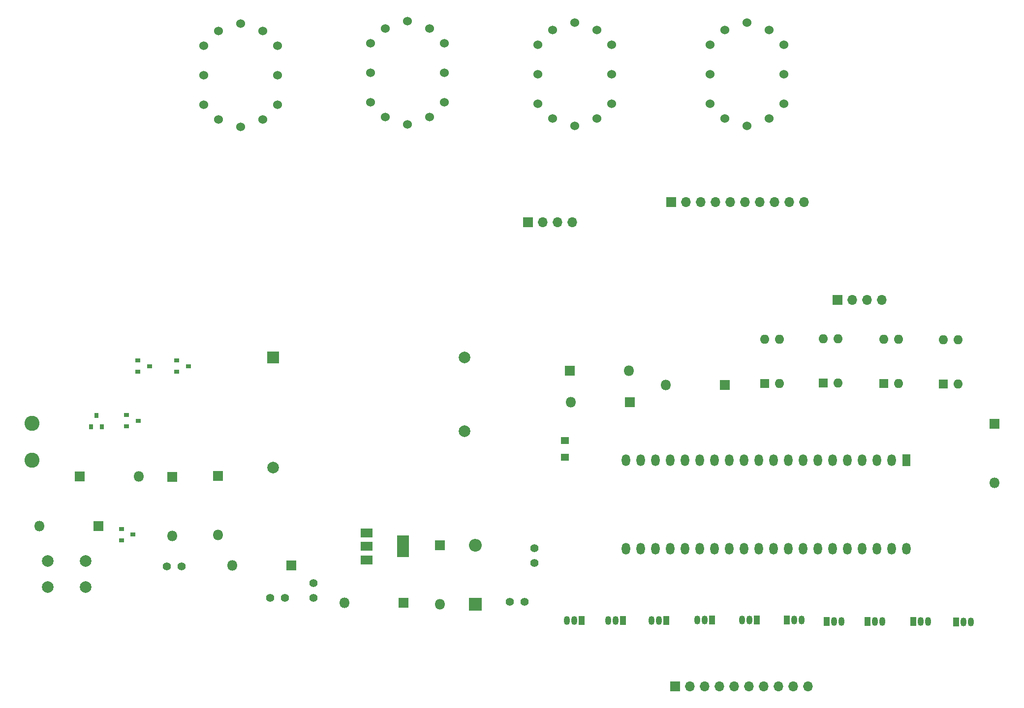
<source format=gbr>
%TF.GenerationSoftware,KiCad,Pcbnew,(5.1.6)-1*%
%TF.CreationDate,2020-11-06T18:28:59+03:00*%
%TF.ProjectId,_____  _____ V2,4145353c-3020-4204-9730-413e32205632,rev?*%
%TF.SameCoordinates,Original*%
%TF.FileFunction,Soldermask,Top*%
%TF.FilePolarity,Negative*%
%FSLAX46Y46*%
G04 Gerber Fmt 4.6, Leading zero omitted, Abs format (unit mm)*
G04 Created by KiCad (PCBNEW (5.1.6)-1) date 2020-11-06 18:28:59*
%MOMM*%
%LPD*%
G01*
G04 APERTURE LIST*
%ADD10R,1.700000X1.700000*%
%ADD11O,1.700000X1.700000*%
%ADD12C,1.524000*%
%ADD13O,1.600000X1.600000*%
%ADD14R,1.600000X1.600000*%
%ADD15R,2.000000X1.500000*%
%ADD16R,2.000000X3.800000*%
%ADD17O,1.800000X1.800000*%
%ADD18R,1.800000X1.800000*%
%ADD19R,1.050000X1.500000*%
%ADD20O,1.050000X1.500000*%
%ADD21R,0.900000X0.800000*%
%ADD22R,0.800000X0.900000*%
%ADD23O,1.440000X2.000000*%
%ADD24R,1.440000X2.000000*%
%ADD25R,1.400000X1.300000*%
%ADD26O,2.200000X2.200000*%
%ADD27R,2.200000X2.200000*%
%ADD28C,2.000000*%
%ADD29R,2.000000X2.000000*%
%ADD30C,1.400000*%
%ADD31C,2.600000*%
G04 APERTURE END LIST*
D10*
%TO.C,REF\u002A\u002A*%
X218821000Y-76898500D03*
D11*
X221361000Y-76898500D03*
X223901000Y-76898500D03*
X226441000Y-76898500D03*
%TD*%
D10*
%TO.C,REF\u002A\u002A*%
X190881000Y-143383000D03*
D11*
X193421000Y-143383000D03*
X195961000Y-143383000D03*
X198501000Y-143383000D03*
X201041000Y-143383000D03*
X203581000Y-143383000D03*
X206121000Y-143383000D03*
X208661000Y-143383000D03*
X211201000Y-143383000D03*
X213741000Y-143383000D03*
%TD*%
D12*
%TO.C,D12*%
X207073500Y-45656500D03*
X199453500Y-45656500D03*
X199453500Y-30416500D03*
X207073500Y-30416500D03*
X203263500Y-46926500D03*
X203263500Y-29146500D03*
X196913500Y-43116500D03*
X209613500Y-43116500D03*
X209613500Y-32956500D03*
X196913500Y-32956500D03*
X209613500Y-38036500D03*
X196913500Y-38036500D03*
%TD*%
D11*
%TO.C,REF\u002A\u002A*%
X213042500Y-60007500D03*
X210502500Y-60007500D03*
X207962500Y-60007500D03*
X205422500Y-60007500D03*
X202882500Y-60007500D03*
X200342500Y-60007500D03*
X197802500Y-60007500D03*
X195262500Y-60007500D03*
X192722500Y-60007500D03*
D10*
X190182500Y-60007500D03*
%TD*%
D11*
%TO.C,REF\u002A\u002A*%
X173164500Y-63500000D03*
X170624500Y-63500000D03*
X168084500Y-63500000D03*
D10*
X165544500Y-63500000D03*
%TD*%
D13*
%TO.C,U6*%
X206248000Y-83629500D03*
X208788000Y-91249500D03*
X208788000Y-83629500D03*
D14*
X206248000Y-91249500D03*
%TD*%
D13*
%TO.C,U5*%
X216344500Y-83566000D03*
X218884500Y-91186000D03*
X218884500Y-83566000D03*
D14*
X216344500Y-91186000D03*
%TD*%
D13*
%TO.C,U4*%
X226758500Y-83629500D03*
X229298500Y-91249500D03*
X229298500Y-83629500D03*
D14*
X226758500Y-91249500D03*
%TD*%
D13*
%TO.C,U3*%
X237045500Y-83693000D03*
X239585500Y-91313000D03*
X239585500Y-83693000D03*
D14*
X237045500Y-91313000D03*
%TD*%
D15*
%TO.C,U1*%
X137756500Y-117016500D03*
X137756500Y-121616500D03*
X137756500Y-119316500D03*
D16*
X144056500Y-119316500D03*
%TD*%
D17*
%TO.C,R15*%
X245808500Y-108394500D03*
D18*
X245808500Y-98234500D03*
%TD*%
D17*
%TO.C,R14*%
X189230000Y-91503500D03*
D18*
X199390000Y-91503500D03*
%TD*%
D17*
%TO.C,R13*%
X172910500Y-94488000D03*
D18*
X183070500Y-94488000D03*
%TD*%
D17*
%TO.C,R12*%
X182880000Y-89090500D03*
D18*
X172720000Y-89090500D03*
%TD*%
D17*
%TO.C,R7*%
X133985000Y-129032000D03*
D18*
X144145000Y-129032000D03*
%TD*%
D17*
%TO.C,R6*%
X150431500Y-129286000D03*
D18*
X150431500Y-119126000D03*
%TD*%
D17*
%TO.C,R5*%
X114681000Y-122618500D03*
D18*
X124841000Y-122618500D03*
%TD*%
D17*
%TO.C,R4*%
X112204500Y-117348000D03*
D18*
X112204500Y-107188000D03*
%TD*%
D17*
%TO.C,R3*%
X104330500Y-117538500D03*
D18*
X104330500Y-107378500D03*
%TD*%
D17*
%TO.C,R2*%
X98552000Y-107251500D03*
D18*
X88392000Y-107251500D03*
%TD*%
D17*
%TO.C,R1*%
X81470500Y-115824000D03*
D18*
X91630500Y-115824000D03*
%TD*%
D19*
%TO.C,Q15*%
X174815500Y-132080000D03*
D20*
X172275500Y-132080000D03*
X173545500Y-132080000D03*
%TD*%
D19*
%TO.C,Q14*%
X181864000Y-132080000D03*
D20*
X179324000Y-132080000D03*
X180594000Y-132080000D03*
%TD*%
D19*
%TO.C,Q13*%
X189357500Y-132101500D03*
D20*
X186817500Y-132101500D03*
X188087500Y-132101500D03*
%TD*%
D19*
%TO.C,Q12*%
X197231000Y-131953000D03*
D20*
X194691000Y-131953000D03*
X195961000Y-131953000D03*
%TD*%
D19*
%TO.C,Q11*%
X204914500Y-132016500D03*
D20*
X202374500Y-132016500D03*
X203644500Y-132016500D03*
%TD*%
D19*
%TO.C,Q10*%
X223964500Y-132270500D03*
D20*
X226504500Y-132270500D03*
X225234500Y-132270500D03*
%TD*%
D19*
%TO.C,Q9*%
X231838500Y-132270500D03*
D20*
X234378500Y-132270500D03*
X233108500Y-132270500D03*
%TD*%
D19*
%TO.C,Q8*%
X239204500Y-132334000D03*
D20*
X241744500Y-132334000D03*
X240474500Y-132334000D03*
%TD*%
D19*
%TO.C,Q7*%
X216979500Y-132207000D03*
D20*
X219519500Y-132207000D03*
X218249500Y-132207000D03*
%TD*%
D19*
%TO.C,Q6*%
X210121500Y-131953000D03*
D20*
X212661500Y-131953000D03*
X211391500Y-131953000D03*
%TD*%
D21*
%TO.C,Q3*%
X98472500Y-97663000D03*
X96472500Y-98613000D03*
X96472500Y-96713000D03*
%TD*%
%TO.C,Q2*%
X97583500Y-117284500D03*
X95583500Y-118234500D03*
X95583500Y-116334500D03*
%TD*%
D22*
%TO.C,Q1*%
X91313000Y-96726500D03*
X92263000Y-98726500D03*
X90363000Y-98726500D03*
%TD*%
D12*
%TO.C,D14*%
X148590000Y-45339000D03*
X140970000Y-45339000D03*
X140970000Y-30099000D03*
X148590000Y-30099000D03*
X144780000Y-46609000D03*
X144780000Y-28829000D03*
X138430000Y-42799000D03*
X151130000Y-42799000D03*
X151130000Y-32639000D03*
X138430000Y-32639000D03*
X151130000Y-37719000D03*
X138430000Y-37719000D03*
%TD*%
D23*
%TO.C,D13*%
X182372000Y-119697500D03*
X182372000Y-104457500D03*
X184912000Y-119697500D03*
X184912000Y-104457500D03*
X187452000Y-119697500D03*
X187452000Y-104457500D03*
X189992000Y-119697500D03*
X189992000Y-104457500D03*
X192532000Y-119697500D03*
X192532000Y-104457500D03*
X195072000Y-119697500D03*
X195072000Y-104457500D03*
X197612000Y-119697500D03*
X197612000Y-104457500D03*
X200152000Y-119697500D03*
X200152000Y-104457500D03*
X202692000Y-119697500D03*
X202692000Y-104457500D03*
X205232000Y-119697500D03*
X205232000Y-104457500D03*
X207772000Y-119697500D03*
X207772000Y-104457500D03*
X210312000Y-119697500D03*
X210312000Y-104457500D03*
X212852000Y-119697500D03*
X212852000Y-104457500D03*
X215392000Y-119697500D03*
X215392000Y-104457500D03*
X217932000Y-119697500D03*
X217932000Y-104457500D03*
X220472000Y-119697500D03*
X220472000Y-104457500D03*
X223012000Y-119697500D03*
X223012000Y-104457500D03*
X225552000Y-119697500D03*
X225552000Y-104457500D03*
X228092000Y-119697500D03*
X228092000Y-104457500D03*
X230632000Y-119697500D03*
D24*
X230632000Y-104457500D03*
%TD*%
D12*
%TO.C,D11*%
X119888000Y-45783500D03*
X112268000Y-45783500D03*
X112268000Y-30543500D03*
X119888000Y-30543500D03*
X116078000Y-47053500D03*
X116078000Y-29273500D03*
X109728000Y-43243500D03*
X122428000Y-43243500D03*
X122428000Y-33083500D03*
X109728000Y-33083500D03*
X122428000Y-38163500D03*
X109728000Y-38163500D03*
%TD*%
D25*
%TO.C,D10*%
X171894500Y-103939000D03*
X171894500Y-101039000D03*
%TD*%
D12*
%TO.C,D9*%
X177419000Y-45656500D03*
X169799000Y-45656500D03*
X169799000Y-30416500D03*
X177419000Y-30416500D03*
X173609000Y-46926500D03*
X173609000Y-29146500D03*
X167259000Y-43116500D03*
X179959000Y-43116500D03*
X179959000Y-32956500D03*
X167259000Y-32956500D03*
X179959000Y-38036500D03*
X167259000Y-38036500D03*
%TD*%
D26*
%TO.C,D5*%
X156464000Y-119126000D03*
D27*
X156464000Y-129286000D03*
%TD*%
D28*
%TO.C,D3*%
X154666000Y-99441000D03*
X154666000Y-86741000D03*
X121666000Y-105741000D03*
D29*
X121666000Y-86741000D03*
%TD*%
D21*
%TO.C,D2*%
X107108500Y-88265000D03*
X105108500Y-89215000D03*
X105108500Y-87315000D03*
%TD*%
%TO.C,D1*%
X100441000Y-88265000D03*
X98441000Y-89215000D03*
X98441000Y-87315000D03*
%TD*%
D28*
%TO.C,CB1*%
X89431000Y-121793000D03*
X89431000Y-126293000D03*
X82931000Y-121793000D03*
X82931000Y-126293000D03*
%TD*%
D30*
%TO.C,C8*%
X166624000Y-122174000D03*
X166624000Y-119634000D03*
%TD*%
%TO.C,C7*%
X164973000Y-128841500D03*
X162433000Y-128841500D03*
%TD*%
%TO.C,C3*%
X128651000Y-128206500D03*
X128651000Y-125666500D03*
%TD*%
%TO.C,C2*%
X121158000Y-128206500D03*
X123698000Y-128206500D03*
%TD*%
%TO.C,C1*%
X105981500Y-122745500D03*
X103441500Y-122745500D03*
%TD*%
D31*
%TO.C,BT1*%
X80200500Y-98077500D03*
X80200500Y-104457500D03*
%TD*%
M02*

</source>
